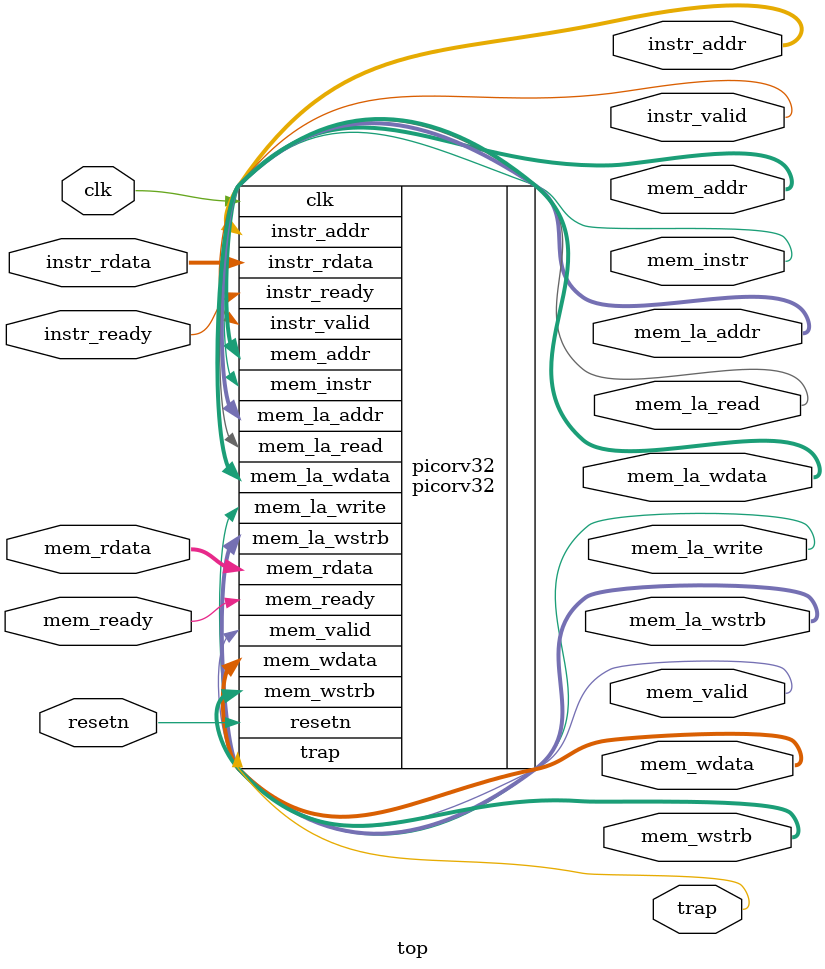
<source format=v>
`ifndef THREAD_NUM
	`define THREAD_NUM 5
`endif

module top (
	input clk, resetn,
	output trap,

	output        mem_valid,
	output        mem_instr,
	input         mem_ready,

	output [31:0] mem_addr,
	output [31:0] mem_wdata,
	output [ 3:0] mem_wstrb,
	input  [31:0] mem_rdata,

	output        instr_valid,
	input         instr_ready,

	output [31:0] instr_addr,
	input  [31:0] instr_rdata,

	// Look-Ahead Interface
	output        mem_la_read,
	output        mem_la_write,
	output [31:0] mem_la_addr,
	output [31:0] mem_la_wdata,
	output [ 3:0] mem_la_wstrb
);
	picorv32 #(
		.THREADS(`THREAD_NUM))
	picorv32 (
		.clk         (clk         ),
		.resetn      (resetn      ),
		.trap        (trap        ),
		.mem_valid   (mem_valid   ),
		.mem_instr   (mem_instr   ),
		.mem_ready   (mem_ready   ),
		.mem_addr    (mem_addr    ),
		.mem_wdata   (mem_wdata   ),
		.mem_wstrb   (mem_wstrb   ),
		.mem_rdata   (mem_rdata   ),
		.mem_la_read (mem_la_read ),
		.mem_la_write(mem_la_write),
		.mem_la_addr (mem_la_addr ),
		.mem_la_wdata(mem_la_wdata),
		.mem_la_wstrb(mem_la_wstrb),
		.instr_valid (instr_valid ),
		.instr_ready (instr_ready ),
		.instr_addr  (instr_addr  ),
		.instr_rdata (instr_rdata )
	);
endmodule

</source>
